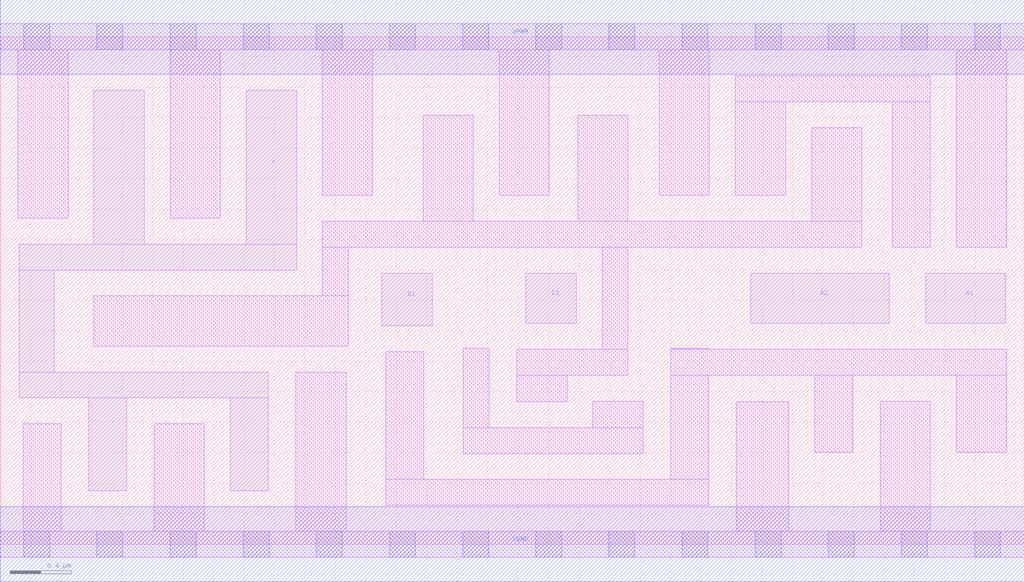
<source format=lef>
# Copyright 2020 The SkyWater PDK Authors
#
# Licensed under the Apache License, Version 2.0 (the "License");
# you may not use this file except in compliance with the License.
# You may obtain a copy of the License at
#
#     https://www.apache.org/licenses/LICENSE-2.0
#
# Unless required by applicable law or agreed to in writing, software
# distributed under the License is distributed on an "AS IS" BASIS,
# WITHOUT WARRANTIES OR CONDITIONS OF ANY KIND, either express or implied.
# See the License for the specific language governing permissions and
# limitations under the License.
#
# SPDX-License-Identifier: Apache-2.0

VERSION 5.7 ;
  NOWIREEXTENSIONATPIN ON ;
  DIVIDERCHAR "/" ;
  BUSBITCHARS "[]" ;
UNITS
  DATABASE MICRONS 200 ;
END UNITS
MACRO sky130_fd_sc_ls__o211a_4
  CLASS CORE ;
  FOREIGN sky130_fd_sc_ls__o211a_4 ;
  ORIGIN  0.000000  0.000000 ;
  SIZE  6.720000 BY  3.330000 ;
  SYMMETRY X Y ;
  SITE unit ;
  PIN A1
    ANTENNAGATEAREA  0.492000 ;
    DIRECTION INPUT ;
    USE SIGNAL ;
    PORT
      LAYER li1 ;
        RECT 6.075000 1.450000 6.595000 1.780000 ;
    END
  END A1
  PIN A2
    ANTENNAGATEAREA  0.492000 ;
    DIRECTION INPUT ;
    USE SIGNAL ;
    PORT
      LAYER li1 ;
        RECT 4.925000 1.450000 5.835000 1.780000 ;
    END
  END A2
  PIN B1
    ANTENNAGATEAREA  0.444000 ;
    DIRECTION INPUT ;
    USE SIGNAL ;
    PORT
      LAYER li1 ;
        RECT 2.505000 1.435000 2.835000 1.780000 ;
    END
  END B1
  PIN C1
    ANTENNAGATEAREA  0.444000 ;
    DIRECTION INPUT ;
    USE SIGNAL ;
    PORT
      LAYER li1 ;
        RECT 3.450000 1.450000 3.780000 1.780000 ;
    END
  END C1
  PIN X
    ANTENNADIFFAREA  1.086400 ;
    DIRECTION OUTPUT ;
    USE SIGNAL ;
    PORT
      LAYER li1 ;
        RECT 0.125000 0.960000 1.760000 1.130000 ;
        RECT 0.125000 1.130000 0.355000 1.800000 ;
        RECT 0.125000 1.800000 1.945000 1.970000 ;
        RECT 0.580000 0.350000 0.830000 0.960000 ;
        RECT 0.615000 1.970000 0.945000 2.980000 ;
        RECT 1.510000 0.350000 1.760000 0.960000 ;
        RECT 1.615000 1.970000 1.945000 2.980000 ;
    END
  END X
  PIN VGND
    DIRECTION INOUT ;
    SHAPE ABUTMENT ;
    USE GROUND ;
    PORT
      LAYER met1 ;
        RECT 0.000000 -0.245000 6.720000 0.245000 ;
    END
  END VGND
  PIN VPWR
    DIRECTION INOUT ;
    SHAPE ABUTMENT ;
    USE POWER ;
    PORT
      LAYER met1 ;
        RECT 0.000000 3.085000 6.720000 3.575000 ;
    END
  END VPWR
  OBS
    LAYER li1 ;
      RECT 0.000000 -0.085000 6.720000 0.085000 ;
      RECT 0.000000  3.245000 6.720000 3.415000 ;
      RECT 0.115000  2.140000 0.445000 3.245000 ;
      RECT 0.150000  0.085000 0.400000 0.790000 ;
      RECT 0.615000  1.300000 2.285000 1.630000 ;
      RECT 1.010000  0.085000 1.340000 0.790000 ;
      RECT 1.115000  2.140000 1.445000 3.245000 ;
      RECT 1.940000  0.085000 2.270000 1.130000 ;
      RECT 2.115000  1.630000 2.285000 1.950000 ;
      RECT 2.115000  1.950000 5.655000 2.120000 ;
      RECT 2.115000  2.290000 2.445000 3.245000 ;
      RECT 2.530000  0.255000 4.650000 0.425000 ;
      RECT 2.530000  0.425000 2.780000 1.265000 ;
      RECT 2.775000  2.120000 3.105000 2.815000 ;
      RECT 3.040000  0.595000 4.220000 0.765000 ;
      RECT 3.040000  0.765000 3.210000 1.285000 ;
      RECT 3.275000  2.290000 3.605000 3.245000 ;
      RECT 3.390000  0.935000 3.720000 1.110000 ;
      RECT 3.390000  1.110000 4.120000 1.280000 ;
      RECT 3.790000  2.120000 4.120000 2.815000 ;
      RECT 3.890000  0.765000 4.220000 0.940000 ;
      RECT 3.950000  1.280000 4.120000 1.950000 ;
      RECT 4.325000  2.290000 4.655000 3.245000 ;
      RECT 4.400000  0.425000 4.650000 1.110000 ;
      RECT 4.400000  1.110000 6.605000 1.280000 ;
      RECT 4.400000  1.280000 4.650000 1.285000 ;
      RECT 4.825000  2.290000 5.155000 2.905000 ;
      RECT 4.825000  2.905000 6.105000 3.075000 ;
      RECT 4.830000  0.085000 5.175000 0.935000 ;
      RECT 5.325000  2.120000 5.655000 2.735000 ;
      RECT 5.345000  0.605000 5.595000 1.110000 ;
      RECT 5.775000  0.085000 6.105000 0.940000 ;
      RECT 5.855000  1.950000 6.105000 2.905000 ;
      RECT 6.275000  0.605000 6.605000 1.110000 ;
      RECT 6.275000  1.950000 6.605000 3.245000 ;
    LAYER mcon ;
      RECT 0.155000 -0.085000 0.325000 0.085000 ;
      RECT 0.155000  3.245000 0.325000 3.415000 ;
      RECT 0.635000 -0.085000 0.805000 0.085000 ;
      RECT 0.635000  3.245000 0.805000 3.415000 ;
      RECT 1.115000 -0.085000 1.285000 0.085000 ;
      RECT 1.115000  3.245000 1.285000 3.415000 ;
      RECT 1.595000 -0.085000 1.765000 0.085000 ;
      RECT 1.595000  3.245000 1.765000 3.415000 ;
      RECT 2.075000 -0.085000 2.245000 0.085000 ;
      RECT 2.075000  3.245000 2.245000 3.415000 ;
      RECT 2.555000 -0.085000 2.725000 0.085000 ;
      RECT 2.555000  3.245000 2.725000 3.415000 ;
      RECT 3.035000 -0.085000 3.205000 0.085000 ;
      RECT 3.035000  3.245000 3.205000 3.415000 ;
      RECT 3.515000 -0.085000 3.685000 0.085000 ;
      RECT 3.515000  3.245000 3.685000 3.415000 ;
      RECT 3.995000 -0.085000 4.165000 0.085000 ;
      RECT 3.995000  3.245000 4.165000 3.415000 ;
      RECT 4.475000 -0.085000 4.645000 0.085000 ;
      RECT 4.475000  3.245000 4.645000 3.415000 ;
      RECT 4.955000 -0.085000 5.125000 0.085000 ;
      RECT 4.955000  3.245000 5.125000 3.415000 ;
      RECT 5.435000 -0.085000 5.605000 0.085000 ;
      RECT 5.435000  3.245000 5.605000 3.415000 ;
      RECT 5.915000 -0.085000 6.085000 0.085000 ;
      RECT 5.915000  3.245000 6.085000 3.415000 ;
      RECT 6.395000 -0.085000 6.565000 0.085000 ;
      RECT 6.395000  3.245000 6.565000 3.415000 ;
  END
END sky130_fd_sc_ls__o211a_4
END LIBRARY

</source>
